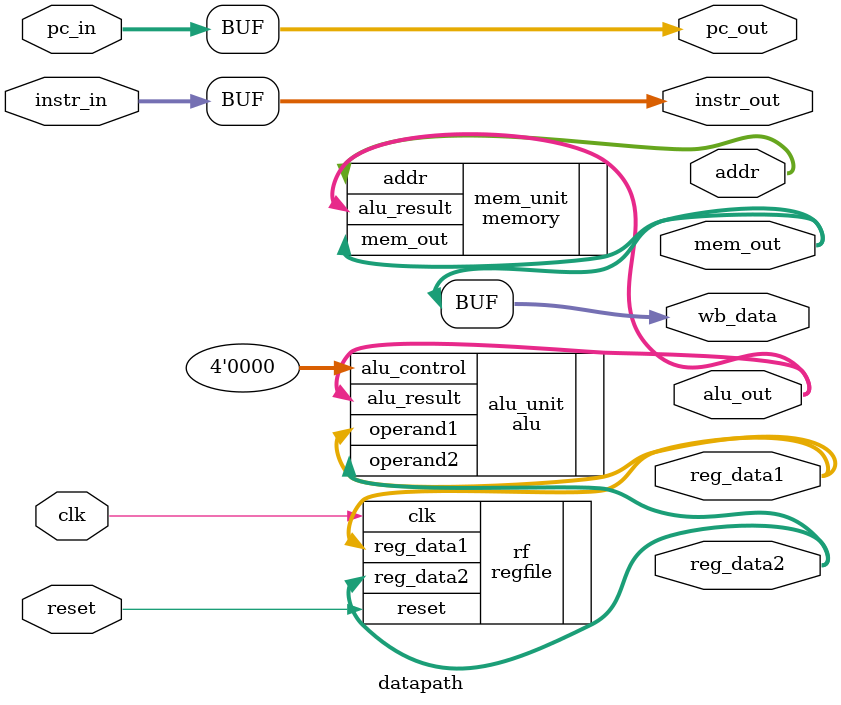
<source format=sv>
module datapath (
    input  logic        clk,
    input  logic        reset,
    input  logic [31:0] pc_in,
    input  logic [31:0] instr_in,
    output logic [31:0] pc_out,
    output logic [31:0] instr_out,
    output logic [31:0] reg_data1,
    output logic [31:0] reg_data2,
    output logic [31:0] alu_out,
    output logic [31:0] mem_out,
    output logic [31:0] wb_data,
    output logic [31:0] addr
);
    assign pc_out   = pc_in;
    assign instr_out = instr_in;

    // Register file (minimal)
    regfile rf (
        .clk(clk),
        .reset(reset),
        .reg_data1(reg_data1),
        .reg_data2(reg_data2)
    );

    // ALU (tie control to ADD for now)
    alu alu_unit (
        .operand1(reg_data1),
        .operand2(reg_data2),
        .alu_control(4'b0000),
        .alu_result(alu_out)
    );

    // Memory adapter
    memory mem_unit (
        .alu_result(alu_out),
        .mem_out(mem_out),
        .addr(addr)
    );

    assign wb_data = mem_out;
endmodule

</source>
